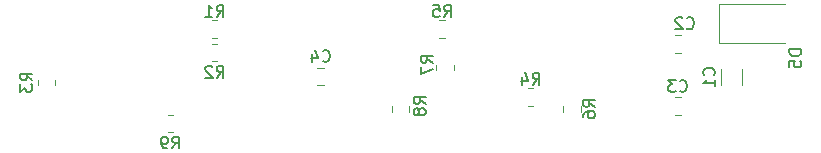
<source format=gbr>
%TF.GenerationSoftware,KiCad,Pcbnew,9.0.3*%
%TF.CreationDate,2025-12-06T16:05:57+01:00*%
%TF.ProjectId,arduinoController,61726475-696e-46f4-936f-6e74726f6c6c,rev?*%
%TF.SameCoordinates,Original*%
%TF.FileFunction,Legend,Bot*%
%TF.FilePolarity,Positive*%
%FSLAX46Y46*%
G04 Gerber Fmt 4.6, Leading zero omitted, Abs format (unit mm)*
G04 Created by KiCad (PCBNEW 9.0.3) date 2025-12-06 16:05:57*
%MOMM*%
%LPD*%
G01*
G04 APERTURE LIST*
%ADD10C,0.150000*%
%ADD11C,0.120000*%
G04 APERTURE END LIST*
D10*
X191704819Y-88833333D02*
X191228628Y-88500000D01*
X191704819Y-88261905D02*
X190704819Y-88261905D01*
X190704819Y-88261905D02*
X190704819Y-88642857D01*
X190704819Y-88642857D02*
X190752438Y-88738095D01*
X190752438Y-88738095D02*
X190800057Y-88785714D01*
X190800057Y-88785714D02*
X190895295Y-88833333D01*
X190895295Y-88833333D02*
X191038152Y-88833333D01*
X191038152Y-88833333D02*
X191133390Y-88785714D01*
X191133390Y-88785714D02*
X191181009Y-88738095D01*
X191181009Y-88738095D02*
X191228628Y-88642857D01*
X191228628Y-88642857D02*
X191228628Y-88261905D01*
X190704819Y-89690476D02*
X190704819Y-89500000D01*
X190704819Y-89500000D02*
X190752438Y-89404762D01*
X190752438Y-89404762D02*
X190800057Y-89357143D01*
X190800057Y-89357143D02*
X190942914Y-89261905D01*
X190942914Y-89261905D02*
X191133390Y-89214286D01*
X191133390Y-89214286D02*
X191514342Y-89214286D01*
X191514342Y-89214286D02*
X191609580Y-89261905D01*
X191609580Y-89261905D02*
X191657200Y-89309524D01*
X191657200Y-89309524D02*
X191704819Y-89404762D01*
X191704819Y-89404762D02*
X191704819Y-89595238D01*
X191704819Y-89595238D02*
X191657200Y-89690476D01*
X191657200Y-89690476D02*
X191609580Y-89738095D01*
X191609580Y-89738095D02*
X191514342Y-89785714D01*
X191514342Y-89785714D02*
X191276247Y-89785714D01*
X191276247Y-89785714D02*
X191181009Y-89738095D01*
X191181009Y-89738095D02*
X191133390Y-89690476D01*
X191133390Y-89690476D02*
X191085771Y-89595238D01*
X191085771Y-89595238D02*
X191085771Y-89404762D01*
X191085771Y-89404762D02*
X191133390Y-89309524D01*
X191133390Y-89309524D02*
X191181009Y-89261905D01*
X191181009Y-89261905D02*
X191276247Y-89214286D01*
X186416666Y-86954819D02*
X186749999Y-86478628D01*
X186988094Y-86954819D02*
X186988094Y-85954819D01*
X186988094Y-85954819D02*
X186607142Y-85954819D01*
X186607142Y-85954819D02*
X186511904Y-86002438D01*
X186511904Y-86002438D02*
X186464285Y-86050057D01*
X186464285Y-86050057D02*
X186416666Y-86145295D01*
X186416666Y-86145295D02*
X186416666Y-86288152D01*
X186416666Y-86288152D02*
X186464285Y-86383390D01*
X186464285Y-86383390D02*
X186511904Y-86431009D01*
X186511904Y-86431009D02*
X186607142Y-86478628D01*
X186607142Y-86478628D02*
X186988094Y-86478628D01*
X185559523Y-86288152D02*
X185559523Y-86954819D01*
X185797618Y-85907200D02*
X186035713Y-86621485D01*
X186035713Y-86621485D02*
X185416666Y-86621485D01*
X178916666Y-81204819D02*
X179249999Y-80728628D01*
X179488094Y-81204819D02*
X179488094Y-80204819D01*
X179488094Y-80204819D02*
X179107142Y-80204819D01*
X179107142Y-80204819D02*
X179011904Y-80252438D01*
X179011904Y-80252438D02*
X178964285Y-80300057D01*
X178964285Y-80300057D02*
X178916666Y-80395295D01*
X178916666Y-80395295D02*
X178916666Y-80538152D01*
X178916666Y-80538152D02*
X178964285Y-80633390D01*
X178964285Y-80633390D02*
X179011904Y-80681009D01*
X179011904Y-80681009D02*
X179107142Y-80728628D01*
X179107142Y-80728628D02*
X179488094Y-80728628D01*
X178011904Y-80204819D02*
X178488094Y-80204819D01*
X178488094Y-80204819D02*
X178535713Y-80681009D01*
X178535713Y-80681009D02*
X178488094Y-80633390D01*
X178488094Y-80633390D02*
X178392856Y-80585771D01*
X178392856Y-80585771D02*
X178154761Y-80585771D01*
X178154761Y-80585771D02*
X178059523Y-80633390D01*
X178059523Y-80633390D02*
X178011904Y-80681009D01*
X178011904Y-80681009D02*
X177964285Y-80776247D01*
X177964285Y-80776247D02*
X177964285Y-81014342D01*
X177964285Y-81014342D02*
X178011904Y-81109580D01*
X178011904Y-81109580D02*
X178059523Y-81157200D01*
X178059523Y-81157200D02*
X178154761Y-81204819D01*
X178154761Y-81204819D02*
X178392856Y-81204819D01*
X178392856Y-81204819D02*
X178488094Y-81157200D01*
X178488094Y-81157200D02*
X178535713Y-81109580D01*
X159666666Y-81204819D02*
X159999999Y-80728628D01*
X160238094Y-81204819D02*
X160238094Y-80204819D01*
X160238094Y-80204819D02*
X159857142Y-80204819D01*
X159857142Y-80204819D02*
X159761904Y-80252438D01*
X159761904Y-80252438D02*
X159714285Y-80300057D01*
X159714285Y-80300057D02*
X159666666Y-80395295D01*
X159666666Y-80395295D02*
X159666666Y-80538152D01*
X159666666Y-80538152D02*
X159714285Y-80633390D01*
X159714285Y-80633390D02*
X159761904Y-80681009D01*
X159761904Y-80681009D02*
X159857142Y-80728628D01*
X159857142Y-80728628D02*
X160238094Y-80728628D01*
X158714285Y-81204819D02*
X159285713Y-81204819D01*
X158999999Y-81204819D02*
X158999999Y-80204819D01*
X158999999Y-80204819D02*
X159095237Y-80347676D01*
X159095237Y-80347676D02*
X159190475Y-80442914D01*
X159190475Y-80442914D02*
X159285713Y-80490533D01*
X209154819Y-83961905D02*
X208154819Y-83961905D01*
X208154819Y-83961905D02*
X208154819Y-84200000D01*
X208154819Y-84200000D02*
X208202438Y-84342857D01*
X208202438Y-84342857D02*
X208297676Y-84438095D01*
X208297676Y-84438095D02*
X208392914Y-84485714D01*
X208392914Y-84485714D02*
X208583390Y-84533333D01*
X208583390Y-84533333D02*
X208726247Y-84533333D01*
X208726247Y-84533333D02*
X208916723Y-84485714D01*
X208916723Y-84485714D02*
X209011961Y-84438095D01*
X209011961Y-84438095D02*
X209107200Y-84342857D01*
X209107200Y-84342857D02*
X209154819Y-84200000D01*
X209154819Y-84200000D02*
X209154819Y-83961905D01*
X208154819Y-85438095D02*
X208154819Y-84961905D01*
X208154819Y-84961905D02*
X208631009Y-84914286D01*
X208631009Y-84914286D02*
X208583390Y-84961905D01*
X208583390Y-84961905D02*
X208535771Y-85057143D01*
X208535771Y-85057143D02*
X208535771Y-85295238D01*
X208535771Y-85295238D02*
X208583390Y-85390476D01*
X208583390Y-85390476D02*
X208631009Y-85438095D01*
X208631009Y-85438095D02*
X208726247Y-85485714D01*
X208726247Y-85485714D02*
X208964342Y-85485714D01*
X208964342Y-85485714D02*
X209059580Y-85438095D01*
X209059580Y-85438095D02*
X209107200Y-85390476D01*
X209107200Y-85390476D02*
X209154819Y-85295238D01*
X209154819Y-85295238D02*
X209154819Y-85057143D01*
X209154819Y-85057143D02*
X209107200Y-84961905D01*
X209107200Y-84961905D02*
X209059580Y-84914286D01*
X155916666Y-92354819D02*
X156249999Y-91878628D01*
X156488094Y-92354819D02*
X156488094Y-91354819D01*
X156488094Y-91354819D02*
X156107142Y-91354819D01*
X156107142Y-91354819D02*
X156011904Y-91402438D01*
X156011904Y-91402438D02*
X155964285Y-91450057D01*
X155964285Y-91450057D02*
X155916666Y-91545295D01*
X155916666Y-91545295D02*
X155916666Y-91688152D01*
X155916666Y-91688152D02*
X155964285Y-91783390D01*
X155964285Y-91783390D02*
X156011904Y-91831009D01*
X156011904Y-91831009D02*
X156107142Y-91878628D01*
X156107142Y-91878628D02*
X156488094Y-91878628D01*
X155440475Y-92354819D02*
X155249999Y-92354819D01*
X155249999Y-92354819D02*
X155154761Y-92307200D01*
X155154761Y-92307200D02*
X155107142Y-92259580D01*
X155107142Y-92259580D02*
X155011904Y-92116723D01*
X155011904Y-92116723D02*
X154964285Y-91926247D01*
X154964285Y-91926247D02*
X154964285Y-91545295D01*
X154964285Y-91545295D02*
X155011904Y-91450057D01*
X155011904Y-91450057D02*
X155059523Y-91402438D01*
X155059523Y-91402438D02*
X155154761Y-91354819D01*
X155154761Y-91354819D02*
X155345237Y-91354819D01*
X155345237Y-91354819D02*
X155440475Y-91402438D01*
X155440475Y-91402438D02*
X155488094Y-91450057D01*
X155488094Y-91450057D02*
X155535713Y-91545295D01*
X155535713Y-91545295D02*
X155535713Y-91783390D01*
X155535713Y-91783390D02*
X155488094Y-91878628D01*
X155488094Y-91878628D02*
X155440475Y-91926247D01*
X155440475Y-91926247D02*
X155345237Y-91973866D01*
X155345237Y-91973866D02*
X155154761Y-91973866D01*
X155154761Y-91973866D02*
X155059523Y-91926247D01*
X155059523Y-91926247D02*
X155011904Y-91878628D01*
X155011904Y-91878628D02*
X154964285Y-91783390D01*
X144054819Y-86583333D02*
X143578628Y-86250000D01*
X144054819Y-86011905D02*
X143054819Y-86011905D01*
X143054819Y-86011905D02*
X143054819Y-86392857D01*
X143054819Y-86392857D02*
X143102438Y-86488095D01*
X143102438Y-86488095D02*
X143150057Y-86535714D01*
X143150057Y-86535714D02*
X143245295Y-86583333D01*
X143245295Y-86583333D02*
X143388152Y-86583333D01*
X143388152Y-86583333D02*
X143483390Y-86535714D01*
X143483390Y-86535714D02*
X143531009Y-86488095D01*
X143531009Y-86488095D02*
X143578628Y-86392857D01*
X143578628Y-86392857D02*
X143578628Y-86011905D01*
X143054819Y-86916667D02*
X143054819Y-87535714D01*
X143054819Y-87535714D02*
X143435771Y-87202381D01*
X143435771Y-87202381D02*
X143435771Y-87345238D01*
X143435771Y-87345238D02*
X143483390Y-87440476D01*
X143483390Y-87440476D02*
X143531009Y-87488095D01*
X143531009Y-87488095D02*
X143626247Y-87535714D01*
X143626247Y-87535714D02*
X143864342Y-87535714D01*
X143864342Y-87535714D02*
X143959580Y-87488095D01*
X143959580Y-87488095D02*
X144007200Y-87440476D01*
X144007200Y-87440476D02*
X144054819Y-87345238D01*
X144054819Y-87345238D02*
X144054819Y-87059524D01*
X144054819Y-87059524D02*
X144007200Y-86964286D01*
X144007200Y-86964286D02*
X143959580Y-86916667D01*
X168629166Y-84929580D02*
X168676785Y-84977200D01*
X168676785Y-84977200D02*
X168819642Y-85024819D01*
X168819642Y-85024819D02*
X168914880Y-85024819D01*
X168914880Y-85024819D02*
X169057737Y-84977200D01*
X169057737Y-84977200D02*
X169152975Y-84881961D01*
X169152975Y-84881961D02*
X169200594Y-84786723D01*
X169200594Y-84786723D02*
X169248213Y-84596247D01*
X169248213Y-84596247D02*
X169248213Y-84453390D01*
X169248213Y-84453390D02*
X169200594Y-84262914D01*
X169200594Y-84262914D02*
X169152975Y-84167676D01*
X169152975Y-84167676D02*
X169057737Y-84072438D01*
X169057737Y-84072438D02*
X168914880Y-84024819D01*
X168914880Y-84024819D02*
X168819642Y-84024819D01*
X168819642Y-84024819D02*
X168676785Y-84072438D01*
X168676785Y-84072438D02*
X168629166Y-84120057D01*
X167772023Y-84358152D02*
X167772023Y-85024819D01*
X168010118Y-83977200D02*
X168248213Y-84691485D01*
X168248213Y-84691485D02*
X167629166Y-84691485D01*
X177954819Y-85083333D02*
X177478628Y-84750000D01*
X177954819Y-84511905D02*
X176954819Y-84511905D01*
X176954819Y-84511905D02*
X176954819Y-84892857D01*
X176954819Y-84892857D02*
X177002438Y-84988095D01*
X177002438Y-84988095D02*
X177050057Y-85035714D01*
X177050057Y-85035714D02*
X177145295Y-85083333D01*
X177145295Y-85083333D02*
X177288152Y-85083333D01*
X177288152Y-85083333D02*
X177383390Y-85035714D01*
X177383390Y-85035714D02*
X177431009Y-84988095D01*
X177431009Y-84988095D02*
X177478628Y-84892857D01*
X177478628Y-84892857D02*
X177478628Y-84511905D01*
X176954819Y-85416667D02*
X176954819Y-86083333D01*
X176954819Y-86083333D02*
X177954819Y-85654762D01*
X199466666Y-82159580D02*
X199514285Y-82207200D01*
X199514285Y-82207200D02*
X199657142Y-82254819D01*
X199657142Y-82254819D02*
X199752380Y-82254819D01*
X199752380Y-82254819D02*
X199895237Y-82207200D01*
X199895237Y-82207200D02*
X199990475Y-82111961D01*
X199990475Y-82111961D02*
X200038094Y-82016723D01*
X200038094Y-82016723D02*
X200085713Y-81826247D01*
X200085713Y-81826247D02*
X200085713Y-81683390D01*
X200085713Y-81683390D02*
X200038094Y-81492914D01*
X200038094Y-81492914D02*
X199990475Y-81397676D01*
X199990475Y-81397676D02*
X199895237Y-81302438D01*
X199895237Y-81302438D02*
X199752380Y-81254819D01*
X199752380Y-81254819D02*
X199657142Y-81254819D01*
X199657142Y-81254819D02*
X199514285Y-81302438D01*
X199514285Y-81302438D02*
X199466666Y-81350057D01*
X199085713Y-81350057D02*
X199038094Y-81302438D01*
X199038094Y-81302438D02*
X198942856Y-81254819D01*
X198942856Y-81254819D02*
X198704761Y-81254819D01*
X198704761Y-81254819D02*
X198609523Y-81302438D01*
X198609523Y-81302438D02*
X198561904Y-81350057D01*
X198561904Y-81350057D02*
X198514285Y-81445295D01*
X198514285Y-81445295D02*
X198514285Y-81540533D01*
X198514285Y-81540533D02*
X198561904Y-81683390D01*
X198561904Y-81683390D02*
X199133332Y-82254819D01*
X199133332Y-82254819D02*
X198514285Y-82254819D01*
X177354819Y-88583333D02*
X176878628Y-88250000D01*
X177354819Y-88011905D02*
X176354819Y-88011905D01*
X176354819Y-88011905D02*
X176354819Y-88392857D01*
X176354819Y-88392857D02*
X176402438Y-88488095D01*
X176402438Y-88488095D02*
X176450057Y-88535714D01*
X176450057Y-88535714D02*
X176545295Y-88583333D01*
X176545295Y-88583333D02*
X176688152Y-88583333D01*
X176688152Y-88583333D02*
X176783390Y-88535714D01*
X176783390Y-88535714D02*
X176831009Y-88488095D01*
X176831009Y-88488095D02*
X176878628Y-88392857D01*
X176878628Y-88392857D02*
X176878628Y-88011905D01*
X176783390Y-89154762D02*
X176735771Y-89059524D01*
X176735771Y-89059524D02*
X176688152Y-89011905D01*
X176688152Y-89011905D02*
X176592914Y-88964286D01*
X176592914Y-88964286D02*
X176545295Y-88964286D01*
X176545295Y-88964286D02*
X176450057Y-89011905D01*
X176450057Y-89011905D02*
X176402438Y-89059524D01*
X176402438Y-89059524D02*
X176354819Y-89154762D01*
X176354819Y-89154762D02*
X176354819Y-89345238D01*
X176354819Y-89345238D02*
X176402438Y-89440476D01*
X176402438Y-89440476D02*
X176450057Y-89488095D01*
X176450057Y-89488095D02*
X176545295Y-89535714D01*
X176545295Y-89535714D02*
X176592914Y-89535714D01*
X176592914Y-89535714D02*
X176688152Y-89488095D01*
X176688152Y-89488095D02*
X176735771Y-89440476D01*
X176735771Y-89440476D02*
X176783390Y-89345238D01*
X176783390Y-89345238D02*
X176783390Y-89154762D01*
X176783390Y-89154762D02*
X176831009Y-89059524D01*
X176831009Y-89059524D02*
X176878628Y-89011905D01*
X176878628Y-89011905D02*
X176973866Y-88964286D01*
X176973866Y-88964286D02*
X177164342Y-88964286D01*
X177164342Y-88964286D02*
X177259580Y-89011905D01*
X177259580Y-89011905D02*
X177307200Y-89059524D01*
X177307200Y-89059524D02*
X177354819Y-89154762D01*
X177354819Y-89154762D02*
X177354819Y-89345238D01*
X177354819Y-89345238D02*
X177307200Y-89440476D01*
X177307200Y-89440476D02*
X177259580Y-89488095D01*
X177259580Y-89488095D02*
X177164342Y-89535714D01*
X177164342Y-89535714D02*
X176973866Y-89535714D01*
X176973866Y-89535714D02*
X176878628Y-89488095D01*
X176878628Y-89488095D02*
X176831009Y-89440476D01*
X176831009Y-89440476D02*
X176783390Y-89345238D01*
X201759580Y-86145833D02*
X201807200Y-86098214D01*
X201807200Y-86098214D02*
X201854819Y-85955357D01*
X201854819Y-85955357D02*
X201854819Y-85860119D01*
X201854819Y-85860119D02*
X201807200Y-85717262D01*
X201807200Y-85717262D02*
X201711961Y-85622024D01*
X201711961Y-85622024D02*
X201616723Y-85574405D01*
X201616723Y-85574405D02*
X201426247Y-85526786D01*
X201426247Y-85526786D02*
X201283390Y-85526786D01*
X201283390Y-85526786D02*
X201092914Y-85574405D01*
X201092914Y-85574405D02*
X200997676Y-85622024D01*
X200997676Y-85622024D02*
X200902438Y-85717262D01*
X200902438Y-85717262D02*
X200854819Y-85860119D01*
X200854819Y-85860119D02*
X200854819Y-85955357D01*
X200854819Y-85955357D02*
X200902438Y-86098214D01*
X200902438Y-86098214D02*
X200950057Y-86145833D01*
X201854819Y-87098214D02*
X201854819Y-86526786D01*
X201854819Y-86812500D02*
X200854819Y-86812500D01*
X200854819Y-86812500D02*
X200997676Y-86717262D01*
X200997676Y-86717262D02*
X201092914Y-86622024D01*
X201092914Y-86622024D02*
X201140533Y-86526786D01*
X159666666Y-86354819D02*
X159999999Y-85878628D01*
X160238094Y-86354819D02*
X160238094Y-85354819D01*
X160238094Y-85354819D02*
X159857142Y-85354819D01*
X159857142Y-85354819D02*
X159761904Y-85402438D01*
X159761904Y-85402438D02*
X159714285Y-85450057D01*
X159714285Y-85450057D02*
X159666666Y-85545295D01*
X159666666Y-85545295D02*
X159666666Y-85688152D01*
X159666666Y-85688152D02*
X159714285Y-85783390D01*
X159714285Y-85783390D02*
X159761904Y-85831009D01*
X159761904Y-85831009D02*
X159857142Y-85878628D01*
X159857142Y-85878628D02*
X160238094Y-85878628D01*
X159285713Y-85450057D02*
X159238094Y-85402438D01*
X159238094Y-85402438D02*
X159142856Y-85354819D01*
X159142856Y-85354819D02*
X158904761Y-85354819D01*
X158904761Y-85354819D02*
X158809523Y-85402438D01*
X158809523Y-85402438D02*
X158761904Y-85450057D01*
X158761904Y-85450057D02*
X158714285Y-85545295D01*
X158714285Y-85545295D02*
X158714285Y-85640533D01*
X158714285Y-85640533D02*
X158761904Y-85783390D01*
X158761904Y-85783390D02*
X159333332Y-86354819D01*
X159333332Y-86354819D02*
X158714285Y-86354819D01*
X198866666Y-87459580D02*
X198914285Y-87507200D01*
X198914285Y-87507200D02*
X199057142Y-87554819D01*
X199057142Y-87554819D02*
X199152380Y-87554819D01*
X199152380Y-87554819D02*
X199295237Y-87507200D01*
X199295237Y-87507200D02*
X199390475Y-87411961D01*
X199390475Y-87411961D02*
X199438094Y-87316723D01*
X199438094Y-87316723D02*
X199485713Y-87126247D01*
X199485713Y-87126247D02*
X199485713Y-86983390D01*
X199485713Y-86983390D02*
X199438094Y-86792914D01*
X199438094Y-86792914D02*
X199390475Y-86697676D01*
X199390475Y-86697676D02*
X199295237Y-86602438D01*
X199295237Y-86602438D02*
X199152380Y-86554819D01*
X199152380Y-86554819D02*
X199057142Y-86554819D01*
X199057142Y-86554819D02*
X198914285Y-86602438D01*
X198914285Y-86602438D02*
X198866666Y-86650057D01*
X198533332Y-86554819D02*
X197914285Y-86554819D01*
X197914285Y-86554819D02*
X198247618Y-86935771D01*
X198247618Y-86935771D02*
X198104761Y-86935771D01*
X198104761Y-86935771D02*
X198009523Y-86983390D01*
X198009523Y-86983390D02*
X197961904Y-87031009D01*
X197961904Y-87031009D02*
X197914285Y-87126247D01*
X197914285Y-87126247D02*
X197914285Y-87364342D01*
X197914285Y-87364342D02*
X197961904Y-87459580D01*
X197961904Y-87459580D02*
X198009523Y-87507200D01*
X198009523Y-87507200D02*
X198104761Y-87554819D01*
X198104761Y-87554819D02*
X198390475Y-87554819D01*
X198390475Y-87554819D02*
X198485713Y-87507200D01*
X198485713Y-87507200D02*
X198533332Y-87459580D01*
D11*
%TO.C,R6*%
X189015000Y-88772936D02*
X189015000Y-89227064D01*
X190485000Y-88772936D02*
X190485000Y-89227064D01*
%TO.C,R4*%
X186022936Y-88735000D02*
X186477064Y-88735000D01*
X186022936Y-87265000D02*
X186477064Y-87265000D01*
%TO.C,R5*%
X178522936Y-81515000D02*
X178977064Y-81515000D01*
X178522936Y-82985000D02*
X178977064Y-82985000D01*
%TO.C,R1*%
X159272936Y-81515000D02*
X159727064Y-81515000D01*
X159272936Y-82985000D02*
X159727064Y-82985000D01*
%TO.C,D5*%
X202240000Y-80100000D02*
X207750000Y-80100000D01*
X202240000Y-83400000D02*
X202240000Y-80100000D01*
X202240000Y-83400000D02*
X207750000Y-83400000D01*
%TO.C,R9*%
X155522936Y-89515000D02*
X155977064Y-89515000D01*
X155522936Y-90985000D02*
X155977064Y-90985000D01*
%TO.C,R3*%
X144515000Y-86522936D02*
X144515000Y-86977064D01*
X145985000Y-86522936D02*
X145985000Y-86977064D01*
%TO.C,C4*%
X168723752Y-85515000D02*
X168201248Y-85515000D01*
X168723752Y-86985000D02*
X168201248Y-86985000D01*
%TO.C,R7*%
X178265000Y-85272936D02*
X178265000Y-85727064D01*
X179735000Y-85272936D02*
X179735000Y-85727064D01*
%TO.C,C2*%
X198451248Y-82765000D02*
X198973752Y-82765000D01*
X198451248Y-84235000D02*
X198973752Y-84235000D01*
%TO.C,R8*%
X175985000Y-89227064D02*
X175985000Y-88772936D01*
X174515000Y-89227064D02*
X174515000Y-88772936D01*
%TO.C,C1*%
X202340000Y-85601248D02*
X202340000Y-87023752D01*
X204160000Y-85601248D02*
X204160000Y-87023752D01*
%TO.C,R2*%
X159272936Y-83515000D02*
X159727064Y-83515000D01*
X159272936Y-84985000D02*
X159727064Y-84985000D01*
%TO.C,C3*%
X198451248Y-88015000D02*
X198973752Y-88015000D01*
X198451248Y-89485000D02*
X198973752Y-89485000D01*
%TD*%
M02*

</source>
